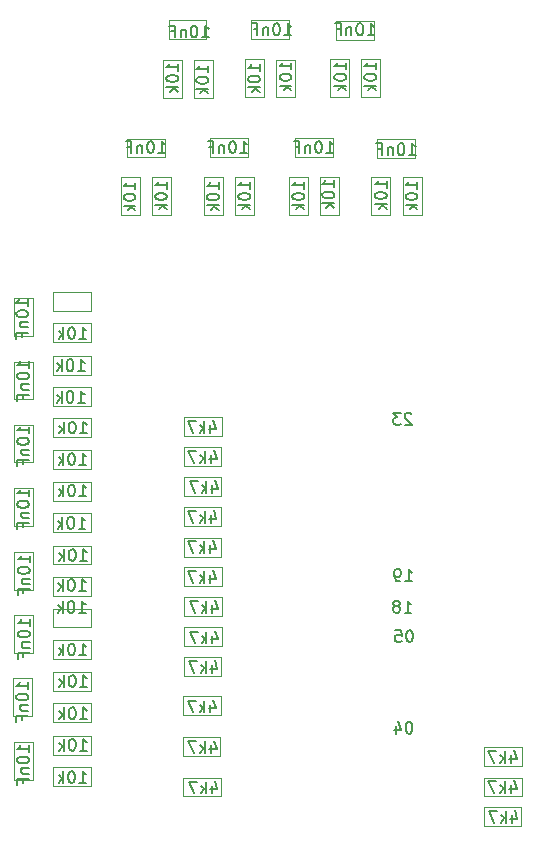
<source format=gbr>
G04 #@! TF.GenerationSoftware,KiCad,Pcbnew,5.1.5+dfsg1-2build2*
G04 #@! TF.CreationDate,2023-05-06T09:23:40+02:00*
G04 #@! TF.ProjectId,digital,64696769-7461-46c2-9e6b-696361645f70,rev?*
G04 #@! TF.SameCoordinates,Original*
G04 #@! TF.FileFunction,Other,Fab,Bot*
%FSLAX46Y46*%
G04 Gerber Fmt 4.6, Leading zero omitted, Abs format (unit mm)*
G04 Created by KiCad (PCBNEW 5.1.5+dfsg1-2build2) date 2023-05-06 09:23:40*
%MOMM*%
%LPD*%
G04 APERTURE LIST*
%ADD10C,0.100000*%
%ADD11C,0.150000*%
G04 APERTURE END LIST*
D10*
X126111500Y-81553000D02*
X127711500Y-81553000D01*
X127711500Y-81553000D02*
X127711500Y-78353000D01*
X127711500Y-78353000D02*
X126111500Y-78353000D01*
X126111500Y-78353000D02*
X126111500Y-81553000D01*
X126134360Y-83720080D02*
X126134360Y-86920080D01*
X127734360Y-83720080D02*
X126134360Y-83720080D01*
X127734360Y-86920080D02*
X127734360Y-83720080D01*
X126134360Y-86920080D02*
X127734360Y-86920080D01*
X126147060Y-92241380D02*
X127747060Y-92241380D01*
X127747060Y-92241380D02*
X127747060Y-89041380D01*
X127747060Y-89041380D02*
X126147060Y-89041380D01*
X126147060Y-89041380D02*
X126147060Y-92241380D01*
X126159760Y-103010980D02*
X127759760Y-103010980D01*
X127759760Y-103010980D02*
X127759760Y-99810980D01*
X127759760Y-99810980D02*
X126159760Y-99810980D01*
X126159760Y-99810980D02*
X126159760Y-103010980D01*
X126147060Y-105144980D02*
X126147060Y-108344980D01*
X127747060Y-105144980D02*
X126147060Y-105144980D01*
X127747060Y-108344980D02*
X127747060Y-105144980D01*
X126147060Y-108344980D02*
X127747060Y-108344980D01*
X126072060Y-113729380D02*
X127672060Y-113729380D01*
X127672060Y-113729380D02*
X127672060Y-110529380D01*
X127672060Y-110529380D02*
X126072060Y-110529380D01*
X126072060Y-110529380D02*
X126072060Y-113729380D01*
X126134360Y-97626180D02*
X127734360Y-97626180D01*
X127734360Y-97626180D02*
X127734360Y-94426180D01*
X127734360Y-94426180D02*
X126134360Y-94426180D01*
X126134360Y-94426180D02*
X126134360Y-97626180D01*
X126110160Y-115910980D02*
X126110160Y-119110980D01*
X127710160Y-115910980D02*
X126110160Y-115910980D01*
X127710160Y-119110980D02*
X127710160Y-115910980D01*
X126110160Y-119110980D02*
X127710160Y-119110980D01*
X135679500Y-64827500D02*
X135679500Y-66427500D01*
X135679500Y-66427500D02*
X138879500Y-66427500D01*
X138879500Y-66427500D02*
X138879500Y-64827500D01*
X138879500Y-64827500D02*
X135679500Y-64827500D01*
X139213500Y-54834500D02*
X139213500Y-56434500D01*
X139213500Y-56434500D02*
X142413500Y-56434500D01*
X142413500Y-56434500D02*
X142413500Y-54834500D01*
X142413500Y-54834500D02*
X139213500Y-54834500D01*
X145915420Y-64776160D02*
X142715420Y-64776160D01*
X145915420Y-66376160D02*
X145915420Y-64776160D01*
X142715420Y-66376160D02*
X145915420Y-66376160D01*
X142715420Y-64776160D02*
X142715420Y-66376160D01*
X146225120Y-54834500D02*
X146225120Y-56434500D01*
X146225120Y-56434500D02*
X149425120Y-56434500D01*
X149425120Y-56434500D02*
X149425120Y-54834500D01*
X149425120Y-54834500D02*
X146225120Y-54834500D01*
X149924000Y-64802500D02*
X149924000Y-66402500D01*
X149924000Y-66402500D02*
X153124000Y-66402500D01*
X153124000Y-66402500D02*
X153124000Y-64802500D01*
X153124000Y-64802500D02*
X149924000Y-64802500D01*
X156612320Y-54845860D02*
X153412320Y-54845860D01*
X156612320Y-56445860D02*
X156612320Y-54845860D01*
X153412320Y-56445860D02*
X156612320Y-56445860D01*
X153412320Y-54845860D02*
X153412320Y-56445860D01*
X156904500Y-64852500D02*
X156904500Y-66452500D01*
X156904500Y-66452500D02*
X160104500Y-66452500D01*
X160104500Y-66452500D02*
X160104500Y-64852500D01*
X160104500Y-64852500D02*
X156904500Y-64852500D01*
X143699000Y-88428500D02*
X140499000Y-88428500D01*
X143699000Y-90028500D02*
X143699000Y-88428500D01*
X140499000Y-90028500D02*
X143699000Y-90028500D01*
X140499000Y-88428500D02*
X140499000Y-90028500D01*
X143696160Y-90980380D02*
X140496160Y-90980380D01*
X143696160Y-92580380D02*
X143696160Y-90980380D01*
X140496160Y-92580380D02*
X143696160Y-92580380D01*
X140496160Y-90980380D02*
X140496160Y-92580380D01*
X140496160Y-93520380D02*
X140496160Y-95120380D01*
X140496160Y-95120380D02*
X143696160Y-95120380D01*
X143696160Y-95120380D02*
X143696160Y-93520380D01*
X143696160Y-93520380D02*
X140496160Y-93520380D01*
X143696160Y-98651180D02*
X140496160Y-98651180D01*
X143696160Y-100251180D02*
X143696160Y-98651180D01*
X140496160Y-100251180D02*
X143696160Y-100251180D01*
X140496160Y-98651180D02*
X140496160Y-100251180D01*
X143699360Y-101114980D02*
X140499360Y-101114980D01*
X143699360Y-102714980D02*
X143699360Y-101114980D01*
X140499360Y-102714980D02*
X143699360Y-102714980D01*
X140499360Y-101114980D02*
X140499360Y-102714980D01*
X143699360Y-103680380D02*
X140499360Y-103680380D01*
X143699360Y-105280380D02*
X143699360Y-103680380D01*
X140499360Y-105280380D02*
X143699360Y-105280380D01*
X140499360Y-103680380D02*
X140499360Y-105280380D01*
X132611500Y-82070500D02*
X132611500Y-80470500D01*
X132611500Y-80470500D02*
X129411500Y-80470500D01*
X129411500Y-80470500D02*
X129411500Y-82070500D01*
X129411500Y-82070500D02*
X132611500Y-82070500D01*
X132621500Y-87450500D02*
X132621500Y-85850500D01*
X132621500Y-85850500D02*
X129421500Y-85850500D01*
X129421500Y-85850500D02*
X129421500Y-87450500D01*
X129421500Y-87450500D02*
X132621500Y-87450500D01*
X132631500Y-92770500D02*
X132631500Y-91170500D01*
X132631500Y-91170500D02*
X129431500Y-91170500D01*
X129431500Y-91170500D02*
X129431500Y-92770500D01*
X129431500Y-92770500D02*
X132631500Y-92770500D01*
X132621500Y-103520500D02*
X132621500Y-101920500D01*
X132621500Y-101920500D02*
X129421500Y-101920500D01*
X129421500Y-101920500D02*
X129421500Y-103520500D01*
X129421500Y-103520500D02*
X132621500Y-103520500D01*
X132651500Y-108880500D02*
X132651500Y-107280500D01*
X132651500Y-107280500D02*
X129451500Y-107280500D01*
X129451500Y-107280500D02*
X129451500Y-108880500D01*
X129451500Y-108880500D02*
X132651500Y-108880500D01*
X132671500Y-114260500D02*
X132671500Y-112660500D01*
X132671500Y-112660500D02*
X129471500Y-112660500D01*
X129471500Y-112660500D02*
X129471500Y-114260500D01*
X129471500Y-114260500D02*
X132671500Y-114260500D01*
X132611500Y-77860500D02*
X129411500Y-77860500D01*
X132611500Y-79460500D02*
X132611500Y-77860500D01*
X129411500Y-79460500D02*
X132611500Y-79460500D01*
X129411500Y-77860500D02*
X129411500Y-79460500D01*
X132611500Y-83210500D02*
X129411500Y-83210500D01*
X132611500Y-84810500D02*
X132611500Y-83210500D01*
X129411500Y-84810500D02*
X132611500Y-84810500D01*
X129411500Y-83210500D02*
X129411500Y-84810500D01*
X132621500Y-88510500D02*
X129421500Y-88510500D01*
X132621500Y-90110500D02*
X132621500Y-88510500D01*
X129421500Y-90110500D02*
X132621500Y-90110500D01*
X129421500Y-88510500D02*
X129421500Y-90110500D01*
X132641500Y-99290500D02*
X129441500Y-99290500D01*
X132641500Y-100890500D02*
X132641500Y-99290500D01*
X129441500Y-100890500D02*
X132641500Y-100890500D01*
X129441500Y-99290500D02*
X129441500Y-100890500D01*
X132641500Y-104620500D02*
X129441500Y-104620500D01*
X132641500Y-106220500D02*
X132641500Y-104620500D01*
X129441500Y-106220500D02*
X132641500Y-106220500D01*
X129441500Y-104620500D02*
X129441500Y-106220500D01*
X132671500Y-110010500D02*
X129471500Y-110010500D01*
X132671500Y-111610500D02*
X132671500Y-110010500D01*
X129471500Y-111610500D02*
X132671500Y-111610500D01*
X129471500Y-110010500D02*
X129471500Y-111610500D01*
X143696160Y-96060380D02*
X140496160Y-96060380D01*
X143696160Y-97660380D02*
X143696160Y-96060380D01*
X140496160Y-97660380D02*
X143696160Y-97660380D01*
X140496160Y-96060380D02*
X140496160Y-97660380D01*
X140521560Y-106220380D02*
X140521560Y-107820380D01*
X140521560Y-107820380D02*
X143721560Y-107820380D01*
X143721560Y-107820380D02*
X143721560Y-106220380D01*
X143721560Y-106220380D02*
X140521560Y-106220380D01*
X140483460Y-108747680D02*
X140483460Y-110347680D01*
X140483460Y-110347680D02*
X143683460Y-110347680D01*
X143683460Y-110347680D02*
X143683460Y-108747680D01*
X143683460Y-108747680D02*
X140483460Y-108747680D01*
X140449000Y-112033500D02*
X140449000Y-113633500D01*
X140449000Y-113633500D02*
X143649000Y-113633500D01*
X143649000Y-113633500D02*
X143649000Y-112033500D01*
X143649000Y-112033500D02*
X140449000Y-112033500D01*
X140411500Y-115513500D02*
X140411500Y-117113500D01*
X140411500Y-117113500D02*
X143611500Y-117113500D01*
X143611500Y-117113500D02*
X143611500Y-115513500D01*
X143611500Y-115513500D02*
X140411500Y-115513500D01*
X140470760Y-118933080D02*
X140470760Y-120533080D01*
X140470760Y-120533080D02*
X143670760Y-120533080D01*
X143670760Y-120533080D02*
X143670760Y-118933080D01*
X143670760Y-118933080D02*
X140470760Y-118933080D01*
X165886500Y-121453500D02*
X165886500Y-123053500D01*
X165886500Y-123053500D02*
X169086500Y-123053500D01*
X169086500Y-123053500D02*
X169086500Y-121453500D01*
X169086500Y-121453500D02*
X165886500Y-121453500D01*
X165899000Y-118928500D02*
X165899000Y-120528500D01*
X165899000Y-120528500D02*
X169099000Y-120528500D01*
X169099000Y-120528500D02*
X169099000Y-118928500D01*
X169099000Y-118928500D02*
X165899000Y-118928500D01*
X132631500Y-98160500D02*
X132631500Y-96560500D01*
X132631500Y-96560500D02*
X129431500Y-96560500D01*
X129431500Y-96560500D02*
X129431500Y-98160500D01*
X129431500Y-98160500D02*
X132631500Y-98160500D01*
X129431500Y-119660500D02*
X132631500Y-119660500D01*
X129431500Y-118060500D02*
X129431500Y-119660500D01*
X132631500Y-118060500D02*
X129431500Y-118060500D01*
X132631500Y-119660500D02*
X132631500Y-118060500D01*
X135154500Y-68127500D02*
X135154500Y-71327500D01*
X136754500Y-68127500D02*
X135154500Y-68127500D01*
X136754500Y-71327500D02*
X136754500Y-68127500D01*
X135154500Y-71327500D02*
X136754500Y-71327500D01*
X138713500Y-58172000D02*
X138713500Y-61372000D01*
X140313500Y-58172000D02*
X138713500Y-58172000D01*
X140313500Y-61372000D02*
X140313500Y-58172000D01*
X138713500Y-61372000D02*
X140313500Y-61372000D01*
X142193500Y-68102500D02*
X142193500Y-71302500D01*
X143793500Y-68102500D02*
X142193500Y-68102500D01*
X143793500Y-71302500D02*
X143793500Y-68102500D01*
X142193500Y-71302500D02*
X143793500Y-71302500D01*
X145702500Y-58122000D02*
X145702500Y-61322000D01*
X147302500Y-58122000D02*
X145702500Y-58122000D01*
X147302500Y-61322000D02*
X147302500Y-58122000D01*
X145702500Y-61322000D02*
X147302500Y-61322000D01*
X149411500Y-68102500D02*
X149411500Y-71302500D01*
X151011500Y-68102500D02*
X149411500Y-68102500D01*
X151011500Y-71302500D02*
X151011500Y-68102500D01*
X149411500Y-71302500D02*
X151011500Y-71302500D01*
X152895500Y-61322000D02*
X154495500Y-61322000D01*
X154495500Y-61322000D02*
X154495500Y-58122000D01*
X154495500Y-58122000D02*
X152895500Y-58122000D01*
X152895500Y-58122000D02*
X152895500Y-61322000D01*
X132621500Y-93890500D02*
X129421500Y-93890500D01*
X132621500Y-95490500D02*
X132621500Y-93890500D01*
X129421500Y-95490500D02*
X132621500Y-95490500D01*
X129421500Y-93890500D02*
X129421500Y-95490500D01*
X129441500Y-115380500D02*
X129441500Y-116980500D01*
X129441500Y-116980500D02*
X132641500Y-116980500D01*
X132641500Y-116980500D02*
X132641500Y-115380500D01*
X132641500Y-115380500D02*
X129441500Y-115380500D01*
X139404500Y-68127500D02*
X137804500Y-68127500D01*
X137804500Y-68127500D02*
X137804500Y-71327500D01*
X137804500Y-71327500D02*
X139404500Y-71327500D01*
X139404500Y-71327500D02*
X139404500Y-68127500D01*
X142938500Y-58172000D02*
X141338500Y-58172000D01*
X141338500Y-58172000D02*
X141338500Y-61372000D01*
X141338500Y-61372000D02*
X142938500Y-61372000D01*
X142938500Y-61372000D02*
X142938500Y-58172000D01*
X146443500Y-68102060D02*
X144843500Y-68102060D01*
X144843500Y-68102060D02*
X144843500Y-71302060D01*
X144843500Y-71302060D02*
X146443500Y-71302060D01*
X146443500Y-71302060D02*
X146443500Y-68102060D01*
X149952500Y-61347000D02*
X149952500Y-58147000D01*
X148352500Y-61347000D02*
X149952500Y-61347000D01*
X148352500Y-58147000D02*
X148352500Y-61347000D01*
X149952500Y-58147000D02*
X148352500Y-58147000D01*
X153636500Y-68102500D02*
X152036500Y-68102500D01*
X152036500Y-68102500D02*
X152036500Y-71302500D01*
X152036500Y-71302500D02*
X153636500Y-71302500D01*
X153636500Y-71302500D02*
X153636500Y-68102500D01*
X157145500Y-58122000D02*
X155545500Y-58122000D01*
X155545500Y-58122000D02*
X155545500Y-61322000D01*
X155545500Y-61322000D02*
X157145500Y-61322000D01*
X157145500Y-61322000D02*
X157145500Y-58122000D01*
X165911500Y-116378500D02*
X165911500Y-117978500D01*
X165911500Y-117978500D02*
X169111500Y-117978500D01*
X169111500Y-117978500D02*
X169111500Y-116378500D01*
X169111500Y-116378500D02*
X165911500Y-116378500D01*
X156379500Y-68127500D02*
X156379500Y-71327500D01*
X157979500Y-68127500D02*
X156379500Y-68127500D01*
X157979500Y-71327500D02*
X157979500Y-68127500D01*
X156379500Y-71327500D02*
X157979500Y-71327500D01*
X160654500Y-68127500D02*
X159054500Y-68127500D01*
X159054500Y-68127500D02*
X159054500Y-71327500D01*
X159054500Y-71327500D02*
X160654500Y-71327500D01*
X160654500Y-71327500D02*
X160654500Y-68127500D01*
D11*
X127325380Y-79002071D02*
X127325380Y-78430642D01*
X127325380Y-78716357D02*
X126325380Y-78716357D01*
X126468238Y-78621119D01*
X126563476Y-78525880D01*
X126611095Y-78430642D01*
X126325380Y-79621119D02*
X126325380Y-79716357D01*
X126373000Y-79811595D01*
X126420619Y-79859214D01*
X126515857Y-79906833D01*
X126706333Y-79954452D01*
X126944428Y-79954452D01*
X127134904Y-79906833D01*
X127230142Y-79859214D01*
X127277761Y-79811595D01*
X127325380Y-79716357D01*
X127325380Y-79621119D01*
X127277761Y-79525880D01*
X127230142Y-79478261D01*
X127134904Y-79430642D01*
X126944428Y-79383023D01*
X126706333Y-79383023D01*
X126515857Y-79430642D01*
X126420619Y-79478261D01*
X126373000Y-79525880D01*
X126325380Y-79621119D01*
X126658714Y-80383023D02*
X127325380Y-80383023D01*
X126753952Y-80383023D02*
X126706333Y-80430642D01*
X126658714Y-80525880D01*
X126658714Y-80668738D01*
X126706333Y-80763976D01*
X126801571Y-80811595D01*
X127325380Y-80811595D01*
X126801571Y-81621119D02*
X126801571Y-81287785D01*
X127325380Y-81287785D02*
X126325380Y-81287785D01*
X126325380Y-81763976D01*
X127388880Y-84272571D02*
X127388880Y-83701142D01*
X127388880Y-83986857D02*
X126388880Y-83986857D01*
X126531738Y-83891619D01*
X126626976Y-83796380D01*
X126674595Y-83701142D01*
X126388880Y-84891619D02*
X126388880Y-84986857D01*
X126436500Y-85082095D01*
X126484119Y-85129714D01*
X126579357Y-85177333D01*
X126769833Y-85224952D01*
X127007928Y-85224952D01*
X127198404Y-85177333D01*
X127293642Y-85129714D01*
X127341261Y-85082095D01*
X127388880Y-84986857D01*
X127388880Y-84891619D01*
X127341261Y-84796380D01*
X127293642Y-84748761D01*
X127198404Y-84701142D01*
X127007928Y-84653523D01*
X126769833Y-84653523D01*
X126579357Y-84701142D01*
X126484119Y-84748761D01*
X126436500Y-84796380D01*
X126388880Y-84891619D01*
X126722214Y-85653523D02*
X127388880Y-85653523D01*
X126817452Y-85653523D02*
X126769833Y-85701142D01*
X126722214Y-85796380D01*
X126722214Y-85939238D01*
X126769833Y-86034476D01*
X126865071Y-86082095D01*
X127388880Y-86082095D01*
X126865071Y-86891619D02*
X126865071Y-86558285D01*
X127388880Y-86558285D02*
X126388880Y-86558285D01*
X126388880Y-87034476D01*
X127388880Y-89797071D02*
X127388880Y-89225642D01*
X127388880Y-89511357D02*
X126388880Y-89511357D01*
X126531738Y-89416119D01*
X126626976Y-89320880D01*
X126674595Y-89225642D01*
X126388880Y-90416119D02*
X126388880Y-90511357D01*
X126436500Y-90606595D01*
X126484119Y-90654214D01*
X126579357Y-90701833D01*
X126769833Y-90749452D01*
X127007928Y-90749452D01*
X127198404Y-90701833D01*
X127293642Y-90654214D01*
X127341261Y-90606595D01*
X127388880Y-90511357D01*
X127388880Y-90416119D01*
X127341261Y-90320880D01*
X127293642Y-90273261D01*
X127198404Y-90225642D01*
X127007928Y-90178023D01*
X126769833Y-90178023D01*
X126579357Y-90225642D01*
X126484119Y-90273261D01*
X126436500Y-90320880D01*
X126388880Y-90416119D01*
X126722214Y-91178023D02*
X127388880Y-91178023D01*
X126817452Y-91178023D02*
X126769833Y-91225642D01*
X126722214Y-91320880D01*
X126722214Y-91463738D01*
X126769833Y-91558976D01*
X126865071Y-91606595D01*
X127388880Y-91606595D01*
X126865071Y-92416119D02*
X126865071Y-92082785D01*
X127388880Y-92082785D02*
X126388880Y-92082785D01*
X126388880Y-92558976D01*
X127452380Y-100719071D02*
X127452380Y-100147642D01*
X127452380Y-100433357D02*
X126452380Y-100433357D01*
X126595238Y-100338119D01*
X126690476Y-100242880D01*
X126738095Y-100147642D01*
X126452380Y-101338119D02*
X126452380Y-101433357D01*
X126500000Y-101528595D01*
X126547619Y-101576214D01*
X126642857Y-101623833D01*
X126833333Y-101671452D01*
X127071428Y-101671452D01*
X127261904Y-101623833D01*
X127357142Y-101576214D01*
X127404761Y-101528595D01*
X127452380Y-101433357D01*
X127452380Y-101338119D01*
X127404761Y-101242880D01*
X127357142Y-101195261D01*
X127261904Y-101147642D01*
X127071428Y-101100023D01*
X126833333Y-101100023D01*
X126642857Y-101147642D01*
X126547619Y-101195261D01*
X126500000Y-101242880D01*
X126452380Y-101338119D01*
X126785714Y-102100023D02*
X127452380Y-102100023D01*
X126880952Y-102100023D02*
X126833333Y-102147642D01*
X126785714Y-102242880D01*
X126785714Y-102385738D01*
X126833333Y-102480976D01*
X126928571Y-102528595D01*
X127452380Y-102528595D01*
X126928571Y-103338119D02*
X126928571Y-103004785D01*
X127452380Y-103004785D02*
X126452380Y-103004785D01*
X126452380Y-103480976D01*
X127452380Y-106116571D02*
X127452380Y-105545142D01*
X127452380Y-105830857D02*
X126452380Y-105830857D01*
X126595238Y-105735619D01*
X126690476Y-105640380D01*
X126738095Y-105545142D01*
X126452380Y-106735619D02*
X126452380Y-106830857D01*
X126500000Y-106926095D01*
X126547619Y-106973714D01*
X126642857Y-107021333D01*
X126833333Y-107068952D01*
X127071428Y-107068952D01*
X127261904Y-107021333D01*
X127357142Y-106973714D01*
X127404761Y-106926095D01*
X127452380Y-106830857D01*
X127452380Y-106735619D01*
X127404761Y-106640380D01*
X127357142Y-106592761D01*
X127261904Y-106545142D01*
X127071428Y-106497523D01*
X126833333Y-106497523D01*
X126642857Y-106545142D01*
X126547619Y-106592761D01*
X126500000Y-106640380D01*
X126452380Y-106735619D01*
X126785714Y-107497523D02*
X127452380Y-107497523D01*
X126880952Y-107497523D02*
X126833333Y-107545142D01*
X126785714Y-107640380D01*
X126785714Y-107783238D01*
X126833333Y-107878476D01*
X126928571Y-107926095D01*
X127452380Y-107926095D01*
X126928571Y-108735619D02*
X126928571Y-108402285D01*
X127452380Y-108402285D02*
X126452380Y-108402285D01*
X126452380Y-108878476D01*
X127325380Y-111450571D02*
X127325380Y-110879142D01*
X127325380Y-111164857D02*
X126325380Y-111164857D01*
X126468238Y-111069619D01*
X126563476Y-110974380D01*
X126611095Y-110879142D01*
X126325380Y-112069619D02*
X126325380Y-112164857D01*
X126373000Y-112260095D01*
X126420619Y-112307714D01*
X126515857Y-112355333D01*
X126706333Y-112402952D01*
X126944428Y-112402952D01*
X127134904Y-112355333D01*
X127230142Y-112307714D01*
X127277761Y-112260095D01*
X127325380Y-112164857D01*
X127325380Y-112069619D01*
X127277761Y-111974380D01*
X127230142Y-111926761D01*
X127134904Y-111879142D01*
X126944428Y-111831523D01*
X126706333Y-111831523D01*
X126515857Y-111879142D01*
X126420619Y-111926761D01*
X126373000Y-111974380D01*
X126325380Y-112069619D01*
X126658714Y-112831523D02*
X127325380Y-112831523D01*
X126753952Y-112831523D02*
X126706333Y-112879142D01*
X126658714Y-112974380D01*
X126658714Y-113117238D01*
X126706333Y-113212476D01*
X126801571Y-113260095D01*
X127325380Y-113260095D01*
X126801571Y-114069619D02*
X126801571Y-113736285D01*
X127325380Y-113736285D02*
X126325380Y-113736285D01*
X126325380Y-114212476D01*
X127388880Y-95131071D02*
X127388880Y-94559642D01*
X127388880Y-94845357D02*
X126388880Y-94845357D01*
X126531738Y-94750119D01*
X126626976Y-94654880D01*
X126674595Y-94559642D01*
X126388880Y-95750119D02*
X126388880Y-95845357D01*
X126436500Y-95940595D01*
X126484119Y-95988214D01*
X126579357Y-96035833D01*
X126769833Y-96083452D01*
X127007928Y-96083452D01*
X127198404Y-96035833D01*
X127293642Y-95988214D01*
X127341261Y-95940595D01*
X127388880Y-95845357D01*
X127388880Y-95750119D01*
X127341261Y-95654880D01*
X127293642Y-95607261D01*
X127198404Y-95559642D01*
X127007928Y-95512023D01*
X126769833Y-95512023D01*
X126579357Y-95559642D01*
X126484119Y-95607261D01*
X126436500Y-95654880D01*
X126388880Y-95750119D01*
X126722214Y-96512023D02*
X127388880Y-96512023D01*
X126817452Y-96512023D02*
X126769833Y-96559642D01*
X126722214Y-96654880D01*
X126722214Y-96797738D01*
X126769833Y-96892976D01*
X126865071Y-96940595D01*
X127388880Y-96940595D01*
X126865071Y-97750119D02*
X126865071Y-97416785D01*
X127388880Y-97416785D02*
X126388880Y-97416785D01*
X126388880Y-97892976D01*
X127388880Y-116784571D02*
X127388880Y-116213142D01*
X127388880Y-116498857D02*
X126388880Y-116498857D01*
X126531738Y-116403619D01*
X126626976Y-116308380D01*
X126674595Y-116213142D01*
X126388880Y-117403619D02*
X126388880Y-117498857D01*
X126436500Y-117594095D01*
X126484119Y-117641714D01*
X126579357Y-117689333D01*
X126769833Y-117736952D01*
X127007928Y-117736952D01*
X127198404Y-117689333D01*
X127293642Y-117641714D01*
X127341261Y-117594095D01*
X127388880Y-117498857D01*
X127388880Y-117403619D01*
X127341261Y-117308380D01*
X127293642Y-117260761D01*
X127198404Y-117213142D01*
X127007928Y-117165523D01*
X126769833Y-117165523D01*
X126579357Y-117213142D01*
X126484119Y-117260761D01*
X126436500Y-117308380D01*
X126388880Y-117403619D01*
X126722214Y-118165523D02*
X127388880Y-118165523D01*
X126817452Y-118165523D02*
X126769833Y-118213142D01*
X126722214Y-118308380D01*
X126722214Y-118451238D01*
X126769833Y-118546476D01*
X126865071Y-118594095D01*
X127388880Y-118594095D01*
X126865071Y-119403619D02*
X126865071Y-119070285D01*
X127388880Y-119070285D02*
X126388880Y-119070285D01*
X126388880Y-119546476D01*
X138350928Y-66047880D02*
X138922357Y-66047880D01*
X138636642Y-66047880D02*
X138636642Y-65047880D01*
X138731880Y-65190738D01*
X138827119Y-65285976D01*
X138922357Y-65333595D01*
X137731880Y-65047880D02*
X137636642Y-65047880D01*
X137541404Y-65095500D01*
X137493785Y-65143119D01*
X137446166Y-65238357D01*
X137398547Y-65428833D01*
X137398547Y-65666928D01*
X137446166Y-65857404D01*
X137493785Y-65952642D01*
X137541404Y-66000261D01*
X137636642Y-66047880D01*
X137731880Y-66047880D01*
X137827119Y-66000261D01*
X137874738Y-65952642D01*
X137922357Y-65857404D01*
X137969976Y-65666928D01*
X137969976Y-65428833D01*
X137922357Y-65238357D01*
X137874738Y-65143119D01*
X137827119Y-65095500D01*
X137731880Y-65047880D01*
X136969976Y-65381214D02*
X136969976Y-66047880D01*
X136969976Y-65476452D02*
X136922357Y-65428833D01*
X136827119Y-65381214D01*
X136684261Y-65381214D01*
X136589023Y-65428833D01*
X136541404Y-65524071D01*
X136541404Y-66047880D01*
X135731880Y-65524071D02*
X136065214Y-65524071D01*
X136065214Y-66047880D02*
X136065214Y-65047880D01*
X135589023Y-65047880D01*
X142041428Y-56268880D02*
X142612857Y-56268880D01*
X142327142Y-56268880D02*
X142327142Y-55268880D01*
X142422380Y-55411738D01*
X142517619Y-55506976D01*
X142612857Y-55554595D01*
X141422380Y-55268880D02*
X141327142Y-55268880D01*
X141231904Y-55316500D01*
X141184285Y-55364119D01*
X141136666Y-55459357D01*
X141089047Y-55649833D01*
X141089047Y-55887928D01*
X141136666Y-56078404D01*
X141184285Y-56173642D01*
X141231904Y-56221261D01*
X141327142Y-56268880D01*
X141422380Y-56268880D01*
X141517619Y-56221261D01*
X141565238Y-56173642D01*
X141612857Y-56078404D01*
X141660476Y-55887928D01*
X141660476Y-55649833D01*
X141612857Y-55459357D01*
X141565238Y-55364119D01*
X141517619Y-55316500D01*
X141422380Y-55268880D01*
X140660476Y-55602214D02*
X140660476Y-56268880D01*
X140660476Y-55697452D02*
X140612857Y-55649833D01*
X140517619Y-55602214D01*
X140374761Y-55602214D01*
X140279523Y-55649833D01*
X140231904Y-55745071D01*
X140231904Y-56268880D01*
X139422380Y-55745071D02*
X139755714Y-55745071D01*
X139755714Y-56268880D02*
X139755714Y-55268880D01*
X139279523Y-55268880D01*
X145279928Y-66047880D02*
X145851357Y-66047880D01*
X145565642Y-66047880D02*
X145565642Y-65047880D01*
X145660880Y-65190738D01*
X145756119Y-65285976D01*
X145851357Y-65333595D01*
X144660880Y-65047880D02*
X144565642Y-65047880D01*
X144470404Y-65095500D01*
X144422785Y-65143119D01*
X144375166Y-65238357D01*
X144327547Y-65428833D01*
X144327547Y-65666928D01*
X144375166Y-65857404D01*
X144422785Y-65952642D01*
X144470404Y-66000261D01*
X144565642Y-66047880D01*
X144660880Y-66047880D01*
X144756119Y-66000261D01*
X144803738Y-65952642D01*
X144851357Y-65857404D01*
X144898976Y-65666928D01*
X144898976Y-65428833D01*
X144851357Y-65238357D01*
X144803738Y-65143119D01*
X144756119Y-65095500D01*
X144660880Y-65047880D01*
X143898976Y-65381214D02*
X143898976Y-66047880D01*
X143898976Y-65476452D02*
X143851357Y-65428833D01*
X143756119Y-65381214D01*
X143613261Y-65381214D01*
X143518023Y-65428833D01*
X143470404Y-65524071D01*
X143470404Y-66047880D01*
X142660880Y-65524071D02*
X142994214Y-65524071D01*
X142994214Y-66047880D02*
X142994214Y-65047880D01*
X142518023Y-65047880D01*
X149026428Y-56078380D02*
X149597857Y-56078380D01*
X149312142Y-56078380D02*
X149312142Y-55078380D01*
X149407380Y-55221238D01*
X149502619Y-55316476D01*
X149597857Y-55364095D01*
X148407380Y-55078380D02*
X148312142Y-55078380D01*
X148216904Y-55126000D01*
X148169285Y-55173619D01*
X148121666Y-55268857D01*
X148074047Y-55459333D01*
X148074047Y-55697428D01*
X148121666Y-55887904D01*
X148169285Y-55983142D01*
X148216904Y-56030761D01*
X148312142Y-56078380D01*
X148407380Y-56078380D01*
X148502619Y-56030761D01*
X148550238Y-55983142D01*
X148597857Y-55887904D01*
X148645476Y-55697428D01*
X148645476Y-55459333D01*
X148597857Y-55268857D01*
X148550238Y-55173619D01*
X148502619Y-55126000D01*
X148407380Y-55078380D01*
X147645476Y-55411714D02*
X147645476Y-56078380D01*
X147645476Y-55506952D02*
X147597857Y-55459333D01*
X147502619Y-55411714D01*
X147359761Y-55411714D01*
X147264523Y-55459333D01*
X147216904Y-55554571D01*
X147216904Y-56078380D01*
X146407380Y-55554571D02*
X146740714Y-55554571D01*
X146740714Y-56078380D02*
X146740714Y-55078380D01*
X146264523Y-55078380D01*
X152582428Y-66047880D02*
X153153857Y-66047880D01*
X152868142Y-66047880D02*
X152868142Y-65047880D01*
X152963380Y-65190738D01*
X153058619Y-65285976D01*
X153153857Y-65333595D01*
X151963380Y-65047880D02*
X151868142Y-65047880D01*
X151772904Y-65095500D01*
X151725285Y-65143119D01*
X151677666Y-65238357D01*
X151630047Y-65428833D01*
X151630047Y-65666928D01*
X151677666Y-65857404D01*
X151725285Y-65952642D01*
X151772904Y-66000261D01*
X151868142Y-66047880D01*
X151963380Y-66047880D01*
X152058619Y-66000261D01*
X152106238Y-65952642D01*
X152153857Y-65857404D01*
X152201476Y-65666928D01*
X152201476Y-65428833D01*
X152153857Y-65238357D01*
X152106238Y-65143119D01*
X152058619Y-65095500D01*
X151963380Y-65047880D01*
X151201476Y-65381214D02*
X151201476Y-66047880D01*
X151201476Y-65476452D02*
X151153857Y-65428833D01*
X151058619Y-65381214D01*
X150915761Y-65381214D01*
X150820523Y-65428833D01*
X150772904Y-65524071D01*
X150772904Y-66047880D01*
X149963380Y-65524071D02*
X150296714Y-65524071D01*
X150296714Y-66047880D02*
X150296714Y-65047880D01*
X149820523Y-65047880D01*
X156074928Y-56078380D02*
X156646357Y-56078380D01*
X156360642Y-56078380D02*
X156360642Y-55078380D01*
X156455880Y-55221238D01*
X156551119Y-55316476D01*
X156646357Y-55364095D01*
X155455880Y-55078380D02*
X155360642Y-55078380D01*
X155265404Y-55126000D01*
X155217785Y-55173619D01*
X155170166Y-55268857D01*
X155122547Y-55459333D01*
X155122547Y-55697428D01*
X155170166Y-55887904D01*
X155217785Y-55983142D01*
X155265404Y-56030761D01*
X155360642Y-56078380D01*
X155455880Y-56078380D01*
X155551119Y-56030761D01*
X155598738Y-55983142D01*
X155646357Y-55887904D01*
X155693976Y-55697428D01*
X155693976Y-55459333D01*
X155646357Y-55268857D01*
X155598738Y-55173619D01*
X155551119Y-55126000D01*
X155455880Y-55078380D01*
X154693976Y-55411714D02*
X154693976Y-56078380D01*
X154693976Y-55506952D02*
X154646357Y-55459333D01*
X154551119Y-55411714D01*
X154408261Y-55411714D01*
X154313023Y-55459333D01*
X154265404Y-55554571D01*
X154265404Y-56078380D01*
X153455880Y-55554571D02*
X153789214Y-55554571D01*
X153789214Y-56078380D02*
X153789214Y-55078380D01*
X153313023Y-55078380D01*
X159567428Y-66238380D02*
X160138857Y-66238380D01*
X159853142Y-66238380D02*
X159853142Y-65238380D01*
X159948380Y-65381238D01*
X160043619Y-65476476D01*
X160138857Y-65524095D01*
X158948380Y-65238380D02*
X158853142Y-65238380D01*
X158757904Y-65286000D01*
X158710285Y-65333619D01*
X158662666Y-65428857D01*
X158615047Y-65619333D01*
X158615047Y-65857428D01*
X158662666Y-66047904D01*
X158710285Y-66143142D01*
X158757904Y-66190761D01*
X158853142Y-66238380D01*
X158948380Y-66238380D01*
X159043619Y-66190761D01*
X159091238Y-66143142D01*
X159138857Y-66047904D01*
X159186476Y-65857428D01*
X159186476Y-65619333D01*
X159138857Y-65428857D01*
X159091238Y-65333619D01*
X159043619Y-65286000D01*
X158948380Y-65238380D01*
X158186476Y-65571714D02*
X158186476Y-66238380D01*
X158186476Y-65666952D02*
X158138857Y-65619333D01*
X158043619Y-65571714D01*
X157900761Y-65571714D01*
X157805523Y-65619333D01*
X157757904Y-65714571D01*
X157757904Y-66238380D01*
X156948380Y-65714571D02*
X157281714Y-65714571D01*
X157281714Y-66238380D02*
X157281714Y-65238380D01*
X156805523Y-65238380D01*
X142739976Y-89066714D02*
X142739976Y-89733380D01*
X142978071Y-88685761D02*
X143216166Y-89400047D01*
X142597119Y-89400047D01*
X142216166Y-89733380D02*
X142216166Y-88733380D01*
X142120928Y-89352428D02*
X141835214Y-89733380D01*
X141835214Y-89066714D02*
X142216166Y-89447666D01*
X141501880Y-88733380D02*
X140835214Y-88733380D01*
X141263785Y-89733380D01*
X142803476Y-91606714D02*
X142803476Y-92273380D01*
X143041571Y-91225761D02*
X143279666Y-91940047D01*
X142660619Y-91940047D01*
X142279666Y-92273380D02*
X142279666Y-91273380D01*
X142184428Y-91892428D02*
X141898714Y-92273380D01*
X141898714Y-91606714D02*
X142279666Y-91987666D01*
X141565380Y-91273380D02*
X140898714Y-91273380D01*
X141327285Y-92273380D01*
X142930476Y-94146714D02*
X142930476Y-94813380D01*
X143168571Y-93765761D02*
X143406666Y-94480047D01*
X142787619Y-94480047D01*
X142406666Y-94813380D02*
X142406666Y-93813380D01*
X142311428Y-94432428D02*
X142025714Y-94813380D01*
X142025714Y-94146714D02*
X142406666Y-94527666D01*
X141692380Y-93813380D02*
X141025714Y-93813380D01*
X141454285Y-94813380D01*
X142739976Y-99226714D02*
X142739976Y-99893380D01*
X142978071Y-98845761D02*
X143216166Y-99560047D01*
X142597119Y-99560047D01*
X142216166Y-99893380D02*
X142216166Y-98893380D01*
X142120928Y-99512428D02*
X141835214Y-99893380D01*
X141835214Y-99226714D02*
X142216166Y-99607666D01*
X141501880Y-98893380D02*
X140835214Y-98893380D01*
X141263785Y-99893380D01*
X142739976Y-101766714D02*
X142739976Y-102433380D01*
X142978071Y-101385761D02*
X143216166Y-102100047D01*
X142597119Y-102100047D01*
X142216166Y-102433380D02*
X142216166Y-101433380D01*
X142120928Y-102052428D02*
X141835214Y-102433380D01*
X141835214Y-101766714D02*
X142216166Y-102147666D01*
X141501880Y-101433380D02*
X140835214Y-101433380D01*
X141263785Y-102433380D01*
X142930476Y-104306714D02*
X142930476Y-104973380D01*
X143168571Y-103925761D02*
X143406666Y-104640047D01*
X142787619Y-104640047D01*
X142406666Y-104973380D02*
X142406666Y-103973380D01*
X142311428Y-104592428D02*
X142025714Y-104973380D01*
X142025714Y-104306714D02*
X142406666Y-104687666D01*
X141692380Y-103973380D02*
X141025714Y-103973380D01*
X141454285Y-104973380D01*
X131659238Y-81795880D02*
X132230666Y-81795880D01*
X131944952Y-81795880D02*
X131944952Y-80795880D01*
X132040190Y-80938738D01*
X132135428Y-81033976D01*
X132230666Y-81081595D01*
X131040190Y-80795880D02*
X130944952Y-80795880D01*
X130849714Y-80843500D01*
X130802095Y-80891119D01*
X130754476Y-80986357D01*
X130706857Y-81176833D01*
X130706857Y-81414928D01*
X130754476Y-81605404D01*
X130802095Y-81700642D01*
X130849714Y-81748261D01*
X130944952Y-81795880D01*
X131040190Y-81795880D01*
X131135428Y-81748261D01*
X131183047Y-81700642D01*
X131230666Y-81605404D01*
X131278285Y-81414928D01*
X131278285Y-81176833D01*
X131230666Y-80986357D01*
X131183047Y-80891119D01*
X131135428Y-80843500D01*
X131040190Y-80795880D01*
X130278285Y-81795880D02*
X130278285Y-80795880D01*
X130183047Y-81414928D02*
X129897333Y-81795880D01*
X129897333Y-81129214D02*
X130278285Y-81510166D01*
X131722738Y-89796880D02*
X132294166Y-89796880D01*
X132008452Y-89796880D02*
X132008452Y-88796880D01*
X132103690Y-88939738D01*
X132198928Y-89034976D01*
X132294166Y-89082595D01*
X131103690Y-88796880D02*
X131008452Y-88796880D01*
X130913214Y-88844500D01*
X130865595Y-88892119D01*
X130817976Y-88987357D01*
X130770357Y-89177833D01*
X130770357Y-89415928D01*
X130817976Y-89606404D01*
X130865595Y-89701642D01*
X130913214Y-89749261D01*
X131008452Y-89796880D01*
X131103690Y-89796880D01*
X131198928Y-89749261D01*
X131246547Y-89701642D01*
X131294166Y-89606404D01*
X131341785Y-89415928D01*
X131341785Y-89177833D01*
X131294166Y-88987357D01*
X131246547Y-88892119D01*
X131198928Y-88844500D01*
X131103690Y-88796880D01*
X130341785Y-89796880D02*
X130341785Y-88796880D01*
X130246547Y-89415928D02*
X129960833Y-89796880D01*
X129960833Y-89130214D02*
X130341785Y-89511166D01*
X131659238Y-92463880D02*
X132230666Y-92463880D01*
X131944952Y-92463880D02*
X131944952Y-91463880D01*
X132040190Y-91606738D01*
X132135428Y-91701976D01*
X132230666Y-91749595D01*
X131040190Y-91463880D02*
X130944952Y-91463880D01*
X130849714Y-91511500D01*
X130802095Y-91559119D01*
X130754476Y-91654357D01*
X130706857Y-91844833D01*
X130706857Y-92082928D01*
X130754476Y-92273404D01*
X130802095Y-92368642D01*
X130849714Y-92416261D01*
X130944952Y-92463880D01*
X131040190Y-92463880D01*
X131135428Y-92416261D01*
X131183047Y-92368642D01*
X131230666Y-92273404D01*
X131278285Y-92082928D01*
X131278285Y-91844833D01*
X131230666Y-91654357D01*
X131183047Y-91559119D01*
X131135428Y-91511500D01*
X131040190Y-91463880D01*
X130278285Y-92463880D02*
X130278285Y-91463880D01*
X130183047Y-92082928D02*
X129897333Y-92463880D01*
X129897333Y-91797214D02*
X130278285Y-92178166D01*
X131616738Y-104992880D02*
X132188166Y-104992880D01*
X131902452Y-104992880D02*
X131902452Y-103992880D01*
X131997690Y-104135738D01*
X132092928Y-104230976D01*
X132188166Y-104278595D01*
X130997690Y-103992880D02*
X130902452Y-103992880D01*
X130807214Y-104040500D01*
X130759595Y-104088119D01*
X130711976Y-104183357D01*
X130664357Y-104373833D01*
X130664357Y-104611928D01*
X130711976Y-104802404D01*
X130759595Y-104897642D01*
X130807214Y-104945261D01*
X130902452Y-104992880D01*
X130997690Y-104992880D01*
X131092928Y-104945261D01*
X131140547Y-104897642D01*
X131188166Y-104802404D01*
X131235785Y-104611928D01*
X131235785Y-104373833D01*
X131188166Y-104183357D01*
X131140547Y-104088119D01*
X131092928Y-104040500D01*
X130997690Y-103992880D01*
X130235785Y-104992880D02*
X130235785Y-103992880D01*
X130140547Y-104611928D02*
X129854833Y-104992880D01*
X129854833Y-104326214D02*
X130235785Y-104707166D01*
X131722738Y-111259880D02*
X132294166Y-111259880D01*
X132008452Y-111259880D02*
X132008452Y-110259880D01*
X132103690Y-110402738D01*
X132198928Y-110497976D01*
X132294166Y-110545595D01*
X131103690Y-110259880D02*
X131008452Y-110259880D01*
X130913214Y-110307500D01*
X130865595Y-110355119D01*
X130817976Y-110450357D01*
X130770357Y-110640833D01*
X130770357Y-110878928D01*
X130817976Y-111069404D01*
X130865595Y-111164642D01*
X130913214Y-111212261D01*
X131008452Y-111259880D01*
X131103690Y-111259880D01*
X131198928Y-111212261D01*
X131246547Y-111164642D01*
X131294166Y-111069404D01*
X131341785Y-110878928D01*
X131341785Y-110640833D01*
X131294166Y-110450357D01*
X131246547Y-110355119D01*
X131198928Y-110307500D01*
X131103690Y-110259880D01*
X130341785Y-111259880D02*
X130341785Y-110259880D01*
X130246547Y-110878928D02*
X129960833Y-111259880D01*
X129960833Y-110593214D02*
X130341785Y-110974166D01*
X131722738Y-116657380D02*
X132294166Y-116657380D01*
X132008452Y-116657380D02*
X132008452Y-115657380D01*
X132103690Y-115800238D01*
X132198928Y-115895476D01*
X132294166Y-115943095D01*
X131103690Y-115657380D02*
X131008452Y-115657380D01*
X130913214Y-115705000D01*
X130865595Y-115752619D01*
X130817976Y-115847857D01*
X130770357Y-116038333D01*
X130770357Y-116276428D01*
X130817976Y-116466904D01*
X130865595Y-116562142D01*
X130913214Y-116609761D01*
X131008452Y-116657380D01*
X131103690Y-116657380D01*
X131198928Y-116609761D01*
X131246547Y-116562142D01*
X131294166Y-116466904D01*
X131341785Y-116276428D01*
X131341785Y-116038333D01*
X131294166Y-115847857D01*
X131246547Y-115752619D01*
X131198928Y-115705000D01*
X131103690Y-115657380D01*
X130341785Y-116657380D02*
X130341785Y-115657380D01*
X130246547Y-116276428D02*
X129960833Y-116657380D01*
X129960833Y-115990714D02*
X130341785Y-116371666D01*
X131532238Y-84526380D02*
X132103666Y-84526380D01*
X131817952Y-84526380D02*
X131817952Y-83526380D01*
X131913190Y-83669238D01*
X132008428Y-83764476D01*
X132103666Y-83812095D01*
X130913190Y-83526380D02*
X130817952Y-83526380D01*
X130722714Y-83574000D01*
X130675095Y-83621619D01*
X130627476Y-83716857D01*
X130579857Y-83907333D01*
X130579857Y-84145428D01*
X130627476Y-84335904D01*
X130675095Y-84431142D01*
X130722714Y-84478761D01*
X130817952Y-84526380D01*
X130913190Y-84526380D01*
X131008428Y-84478761D01*
X131056047Y-84431142D01*
X131103666Y-84335904D01*
X131151285Y-84145428D01*
X131151285Y-83907333D01*
X131103666Y-83716857D01*
X131056047Y-83621619D01*
X131008428Y-83574000D01*
X130913190Y-83526380D01*
X130151285Y-84526380D02*
X130151285Y-83526380D01*
X130056047Y-84145428D02*
X129770333Y-84526380D01*
X129770333Y-83859714D02*
X130151285Y-84240666D01*
X131532238Y-87193380D02*
X132103666Y-87193380D01*
X131817952Y-87193380D02*
X131817952Y-86193380D01*
X131913190Y-86336238D01*
X132008428Y-86431476D01*
X132103666Y-86479095D01*
X130913190Y-86193380D02*
X130817952Y-86193380D01*
X130722714Y-86241000D01*
X130675095Y-86288619D01*
X130627476Y-86383857D01*
X130579857Y-86574333D01*
X130579857Y-86812428D01*
X130627476Y-87002904D01*
X130675095Y-87098142D01*
X130722714Y-87145761D01*
X130817952Y-87193380D01*
X130913190Y-87193380D01*
X131008428Y-87145761D01*
X131056047Y-87098142D01*
X131103666Y-87002904D01*
X131151285Y-86812428D01*
X131151285Y-86574333D01*
X131103666Y-86383857D01*
X131056047Y-86288619D01*
X131008428Y-86241000D01*
X130913190Y-86193380D01*
X130151285Y-87193380D02*
X130151285Y-86193380D01*
X130056047Y-86812428D02*
X129770333Y-87193380D01*
X129770333Y-86526714D02*
X130151285Y-86907666D01*
X131595738Y-97861380D02*
X132167166Y-97861380D01*
X131881452Y-97861380D02*
X131881452Y-96861380D01*
X131976690Y-97004238D01*
X132071928Y-97099476D01*
X132167166Y-97147095D01*
X130976690Y-96861380D02*
X130881452Y-96861380D01*
X130786214Y-96909000D01*
X130738595Y-96956619D01*
X130690976Y-97051857D01*
X130643357Y-97242333D01*
X130643357Y-97480428D01*
X130690976Y-97670904D01*
X130738595Y-97766142D01*
X130786214Y-97813761D01*
X130881452Y-97861380D01*
X130976690Y-97861380D01*
X131071928Y-97813761D01*
X131119547Y-97766142D01*
X131167166Y-97670904D01*
X131214785Y-97480428D01*
X131214785Y-97242333D01*
X131167166Y-97051857D01*
X131119547Y-96956619D01*
X131071928Y-96909000D01*
X130976690Y-96861380D01*
X130214785Y-97861380D02*
X130214785Y-96861380D01*
X130119547Y-97480428D02*
X129833833Y-97861380D01*
X129833833Y-97194714D02*
X130214785Y-97575666D01*
X131636738Y-103131880D02*
X132208166Y-103131880D01*
X131922452Y-103131880D02*
X131922452Y-102131880D01*
X132017690Y-102274738D01*
X132112928Y-102369976D01*
X132208166Y-102417595D01*
X131017690Y-102131880D02*
X130922452Y-102131880D01*
X130827214Y-102179500D01*
X130779595Y-102227119D01*
X130731976Y-102322357D01*
X130684357Y-102512833D01*
X130684357Y-102750928D01*
X130731976Y-102941404D01*
X130779595Y-103036642D01*
X130827214Y-103084261D01*
X130922452Y-103131880D01*
X131017690Y-103131880D01*
X131112928Y-103084261D01*
X131160547Y-103036642D01*
X131208166Y-102941404D01*
X131255785Y-102750928D01*
X131255785Y-102512833D01*
X131208166Y-102322357D01*
X131160547Y-102227119D01*
X131112928Y-102179500D01*
X131017690Y-102131880D01*
X130255785Y-103131880D02*
X130255785Y-102131880D01*
X130160547Y-102750928D02*
X129874833Y-103131880D01*
X129874833Y-102465214D02*
X130255785Y-102846166D01*
X131659238Y-108592880D02*
X132230666Y-108592880D01*
X131944952Y-108592880D02*
X131944952Y-107592880D01*
X132040190Y-107735738D01*
X132135428Y-107830976D01*
X132230666Y-107878595D01*
X131040190Y-107592880D02*
X130944952Y-107592880D01*
X130849714Y-107640500D01*
X130802095Y-107688119D01*
X130754476Y-107783357D01*
X130706857Y-107973833D01*
X130706857Y-108211928D01*
X130754476Y-108402404D01*
X130802095Y-108497642D01*
X130849714Y-108545261D01*
X130944952Y-108592880D01*
X131040190Y-108592880D01*
X131135428Y-108545261D01*
X131183047Y-108497642D01*
X131230666Y-108402404D01*
X131278285Y-108211928D01*
X131278285Y-107973833D01*
X131230666Y-107783357D01*
X131183047Y-107688119D01*
X131135428Y-107640500D01*
X131040190Y-107592880D01*
X130278285Y-108592880D02*
X130278285Y-107592880D01*
X130183047Y-108211928D02*
X129897333Y-108592880D01*
X129897333Y-107926214D02*
X130278285Y-108307166D01*
X142786636Y-96686714D02*
X142786636Y-97353380D01*
X143024731Y-96305761D02*
X143262826Y-97020047D01*
X142643779Y-97020047D01*
X142262826Y-97353380D02*
X142262826Y-96353380D01*
X142167588Y-96972428D02*
X141881874Y-97353380D01*
X141881874Y-96686714D02*
X142262826Y-97067666D01*
X141548540Y-96353380D02*
X140881874Y-96353380D01*
X141310445Y-97353380D01*
X142930476Y-106910214D02*
X142930476Y-107576880D01*
X143168571Y-106529261D02*
X143406666Y-107243547D01*
X142787619Y-107243547D01*
X142406666Y-107576880D02*
X142406666Y-106576880D01*
X142311428Y-107195928D02*
X142025714Y-107576880D01*
X142025714Y-106910214D02*
X142406666Y-107291166D01*
X141692380Y-106576880D02*
X141025714Y-106576880D01*
X141454285Y-107576880D01*
X142866976Y-109386714D02*
X142866976Y-110053380D01*
X143105071Y-109005761D02*
X143343166Y-109720047D01*
X142724119Y-109720047D01*
X142343166Y-110053380D02*
X142343166Y-109053380D01*
X142247928Y-109672428D02*
X141962214Y-110053380D01*
X141962214Y-109386714D02*
X142343166Y-109767666D01*
X141628880Y-109053380D02*
X140962214Y-109053380D01*
X141390785Y-110053380D01*
X142739976Y-112752214D02*
X142739976Y-113418880D01*
X142978071Y-112371261D02*
X143216166Y-113085547D01*
X142597119Y-113085547D01*
X142216166Y-113418880D02*
X142216166Y-112418880D01*
X142120928Y-113037928D02*
X141835214Y-113418880D01*
X141835214Y-112752214D02*
X142216166Y-113133166D01*
X141501880Y-112418880D02*
X140835214Y-112418880D01*
X141263785Y-113418880D01*
X142803476Y-116181214D02*
X142803476Y-116847880D01*
X143041571Y-115800261D02*
X143279666Y-116514547D01*
X142660619Y-116514547D01*
X142279666Y-116847880D02*
X142279666Y-115847880D01*
X142184428Y-116466928D02*
X141898714Y-116847880D01*
X141898714Y-116181214D02*
X142279666Y-116562166D01*
X141565380Y-115847880D02*
X140898714Y-115847880D01*
X141327285Y-116847880D01*
X142866976Y-119610214D02*
X142866976Y-120276880D01*
X143105071Y-119229261D02*
X143343166Y-119943547D01*
X142724119Y-119943547D01*
X142343166Y-120276880D02*
X142343166Y-119276880D01*
X142247928Y-119895928D02*
X141962214Y-120276880D01*
X141962214Y-119610214D02*
X142343166Y-119991166D01*
X141628880Y-119276880D02*
X140962214Y-119276880D01*
X141390785Y-120276880D01*
X168266976Y-122086714D02*
X168266976Y-122753380D01*
X168505071Y-121705761D02*
X168743166Y-122420047D01*
X168124119Y-122420047D01*
X167743166Y-122753380D02*
X167743166Y-121753380D01*
X167647928Y-122372428D02*
X167362214Y-122753380D01*
X167362214Y-122086714D02*
X167743166Y-122467666D01*
X167028880Y-121753380D02*
X166362214Y-121753380D01*
X166790785Y-122753380D01*
X168203476Y-119546714D02*
X168203476Y-120213380D01*
X168441571Y-119165761D02*
X168679666Y-119880047D01*
X168060619Y-119880047D01*
X167679666Y-120213380D02*
X167679666Y-119213380D01*
X167584428Y-119832428D02*
X167298714Y-120213380D01*
X167298714Y-119546714D02*
X167679666Y-119927666D01*
X166965380Y-119213380D02*
X166298714Y-119213380D01*
X166727285Y-120213380D01*
X131722738Y-100591880D02*
X132294166Y-100591880D01*
X132008452Y-100591880D02*
X132008452Y-99591880D01*
X132103690Y-99734738D01*
X132198928Y-99829976D01*
X132294166Y-99877595D01*
X131103690Y-99591880D02*
X131008452Y-99591880D01*
X130913214Y-99639500D01*
X130865595Y-99687119D01*
X130817976Y-99782357D01*
X130770357Y-99972833D01*
X130770357Y-100210928D01*
X130817976Y-100401404D01*
X130865595Y-100496642D01*
X130913214Y-100544261D01*
X131008452Y-100591880D01*
X131103690Y-100591880D01*
X131198928Y-100544261D01*
X131246547Y-100496642D01*
X131294166Y-100401404D01*
X131341785Y-100210928D01*
X131341785Y-99972833D01*
X131294166Y-99782357D01*
X131246547Y-99687119D01*
X131198928Y-99639500D01*
X131103690Y-99591880D01*
X130341785Y-100591880D02*
X130341785Y-99591880D01*
X130246547Y-100210928D02*
X129960833Y-100591880D01*
X129960833Y-99925214D02*
X130341785Y-100306166D01*
X131659238Y-119387880D02*
X132230666Y-119387880D01*
X131944952Y-119387880D02*
X131944952Y-118387880D01*
X132040190Y-118530738D01*
X132135428Y-118625976D01*
X132230666Y-118673595D01*
X131040190Y-118387880D02*
X130944952Y-118387880D01*
X130849714Y-118435500D01*
X130802095Y-118483119D01*
X130754476Y-118578357D01*
X130706857Y-118768833D01*
X130706857Y-119006928D01*
X130754476Y-119197404D01*
X130802095Y-119292642D01*
X130849714Y-119340261D01*
X130944952Y-119387880D01*
X131040190Y-119387880D01*
X131135428Y-119340261D01*
X131183047Y-119292642D01*
X131230666Y-119197404D01*
X131278285Y-119006928D01*
X131278285Y-118768833D01*
X131230666Y-118578357D01*
X131183047Y-118483119D01*
X131135428Y-118435500D01*
X131040190Y-118387880D01*
X130278285Y-119387880D02*
X130278285Y-118387880D01*
X130183047Y-119006928D02*
X129897333Y-119387880D01*
X129897333Y-118721214D02*
X130278285Y-119102166D01*
X136405880Y-69127761D02*
X136405880Y-68556333D01*
X136405880Y-68842047D02*
X135405880Y-68842047D01*
X135548738Y-68746809D01*
X135643976Y-68651571D01*
X135691595Y-68556333D01*
X135405880Y-69746809D02*
X135405880Y-69842047D01*
X135453500Y-69937285D01*
X135501119Y-69984904D01*
X135596357Y-70032523D01*
X135786833Y-70080142D01*
X136024928Y-70080142D01*
X136215404Y-70032523D01*
X136310642Y-69984904D01*
X136358261Y-69937285D01*
X136405880Y-69842047D01*
X136405880Y-69746809D01*
X136358261Y-69651571D01*
X136310642Y-69603952D01*
X136215404Y-69556333D01*
X136024928Y-69508714D01*
X135786833Y-69508714D01*
X135596357Y-69556333D01*
X135501119Y-69603952D01*
X135453500Y-69651571D01*
X135405880Y-69746809D01*
X136405880Y-70508714D02*
X135405880Y-70508714D01*
X136024928Y-70603952D02*
X136405880Y-70889666D01*
X135739214Y-70889666D02*
X136120166Y-70508714D01*
X140025380Y-59094761D02*
X140025380Y-58523333D01*
X140025380Y-58809047D02*
X139025380Y-58809047D01*
X139168238Y-58713809D01*
X139263476Y-58618571D01*
X139311095Y-58523333D01*
X139025380Y-59713809D02*
X139025380Y-59809047D01*
X139073000Y-59904285D01*
X139120619Y-59951904D01*
X139215857Y-59999523D01*
X139406333Y-60047142D01*
X139644428Y-60047142D01*
X139834904Y-59999523D01*
X139930142Y-59951904D01*
X139977761Y-59904285D01*
X140025380Y-59809047D01*
X140025380Y-59713809D01*
X139977761Y-59618571D01*
X139930142Y-59570952D01*
X139834904Y-59523333D01*
X139644428Y-59475714D01*
X139406333Y-59475714D01*
X139215857Y-59523333D01*
X139120619Y-59570952D01*
X139073000Y-59618571D01*
X139025380Y-59713809D01*
X140025380Y-60475714D02*
X139025380Y-60475714D01*
X139644428Y-60570952D02*
X140025380Y-60856666D01*
X139358714Y-60856666D02*
X139739666Y-60475714D01*
X143454380Y-69107261D02*
X143454380Y-68535833D01*
X143454380Y-68821547D02*
X142454380Y-68821547D01*
X142597238Y-68726309D01*
X142692476Y-68631071D01*
X142740095Y-68535833D01*
X142454380Y-69726309D02*
X142454380Y-69821547D01*
X142502000Y-69916785D01*
X142549619Y-69964404D01*
X142644857Y-70012023D01*
X142835333Y-70059642D01*
X143073428Y-70059642D01*
X143263904Y-70012023D01*
X143359142Y-69964404D01*
X143406761Y-69916785D01*
X143454380Y-69821547D01*
X143454380Y-69726309D01*
X143406761Y-69631071D01*
X143359142Y-69583452D01*
X143263904Y-69535833D01*
X143073428Y-69488214D01*
X142835333Y-69488214D01*
X142644857Y-69535833D01*
X142549619Y-69583452D01*
X142502000Y-69631071D01*
X142454380Y-69726309D01*
X143454380Y-70488214D02*
X142454380Y-70488214D01*
X143073428Y-70583452D02*
X143454380Y-70869166D01*
X142787714Y-70869166D02*
X143168666Y-70488214D01*
X146946880Y-59126761D02*
X146946880Y-58555333D01*
X146946880Y-58841047D02*
X145946880Y-58841047D01*
X146089738Y-58745809D01*
X146184976Y-58650571D01*
X146232595Y-58555333D01*
X145946880Y-59745809D02*
X145946880Y-59841047D01*
X145994500Y-59936285D01*
X146042119Y-59983904D01*
X146137357Y-60031523D01*
X146327833Y-60079142D01*
X146565928Y-60079142D01*
X146756404Y-60031523D01*
X146851642Y-59983904D01*
X146899261Y-59936285D01*
X146946880Y-59841047D01*
X146946880Y-59745809D01*
X146899261Y-59650571D01*
X146851642Y-59602952D01*
X146756404Y-59555333D01*
X146565928Y-59507714D01*
X146327833Y-59507714D01*
X146137357Y-59555333D01*
X146042119Y-59602952D01*
X145994500Y-59650571D01*
X145946880Y-59745809D01*
X146946880Y-60507714D02*
X145946880Y-60507714D01*
X146565928Y-60602952D02*
X146946880Y-60888666D01*
X146280214Y-60888666D02*
X146661166Y-60507714D01*
X150693380Y-69064261D02*
X150693380Y-68492833D01*
X150693380Y-68778547D02*
X149693380Y-68778547D01*
X149836238Y-68683309D01*
X149931476Y-68588071D01*
X149979095Y-68492833D01*
X149693380Y-69683309D02*
X149693380Y-69778547D01*
X149741000Y-69873785D01*
X149788619Y-69921404D01*
X149883857Y-69969023D01*
X150074333Y-70016642D01*
X150312428Y-70016642D01*
X150502904Y-69969023D01*
X150598142Y-69921404D01*
X150645761Y-69873785D01*
X150693380Y-69778547D01*
X150693380Y-69683309D01*
X150645761Y-69588071D01*
X150598142Y-69540452D01*
X150502904Y-69492833D01*
X150312428Y-69445214D01*
X150074333Y-69445214D01*
X149883857Y-69492833D01*
X149788619Y-69540452D01*
X149741000Y-69588071D01*
X149693380Y-69683309D01*
X150693380Y-70445214D02*
X149693380Y-70445214D01*
X150312428Y-70540452D02*
X150693380Y-70826166D01*
X150026714Y-70826166D02*
X150407666Y-70445214D01*
X154249380Y-58967761D02*
X154249380Y-58396333D01*
X154249380Y-58682047D02*
X153249380Y-58682047D01*
X153392238Y-58586809D01*
X153487476Y-58491571D01*
X153535095Y-58396333D01*
X153249380Y-59586809D02*
X153249380Y-59682047D01*
X153297000Y-59777285D01*
X153344619Y-59824904D01*
X153439857Y-59872523D01*
X153630333Y-59920142D01*
X153868428Y-59920142D01*
X154058904Y-59872523D01*
X154154142Y-59824904D01*
X154201761Y-59777285D01*
X154249380Y-59682047D01*
X154249380Y-59586809D01*
X154201761Y-59491571D01*
X154154142Y-59443952D01*
X154058904Y-59396333D01*
X153868428Y-59348714D01*
X153630333Y-59348714D01*
X153439857Y-59396333D01*
X153344619Y-59443952D01*
X153297000Y-59491571D01*
X153249380Y-59586809D01*
X154249380Y-60348714D02*
X153249380Y-60348714D01*
X153868428Y-60443952D02*
X154249380Y-60729666D01*
X153582714Y-60729666D02*
X153963666Y-60348714D01*
X131659238Y-95130880D02*
X132230666Y-95130880D01*
X131944952Y-95130880D02*
X131944952Y-94130880D01*
X132040190Y-94273738D01*
X132135428Y-94368976D01*
X132230666Y-94416595D01*
X131040190Y-94130880D02*
X130944952Y-94130880D01*
X130849714Y-94178500D01*
X130802095Y-94226119D01*
X130754476Y-94321357D01*
X130706857Y-94511833D01*
X130706857Y-94749928D01*
X130754476Y-94940404D01*
X130802095Y-95035642D01*
X130849714Y-95083261D01*
X130944952Y-95130880D01*
X131040190Y-95130880D01*
X131135428Y-95083261D01*
X131183047Y-95035642D01*
X131230666Y-94940404D01*
X131278285Y-94749928D01*
X131278285Y-94511833D01*
X131230666Y-94321357D01*
X131183047Y-94226119D01*
X131135428Y-94178500D01*
X131040190Y-94130880D01*
X130278285Y-95130880D02*
X130278285Y-94130880D01*
X130183047Y-94749928D02*
X129897333Y-95130880D01*
X129897333Y-94464214D02*
X130278285Y-94845166D01*
X131722738Y-113990380D02*
X132294166Y-113990380D01*
X132008452Y-113990380D02*
X132008452Y-112990380D01*
X132103690Y-113133238D01*
X132198928Y-113228476D01*
X132294166Y-113276095D01*
X131103690Y-112990380D02*
X131008452Y-112990380D01*
X130913214Y-113038000D01*
X130865595Y-113085619D01*
X130817976Y-113180857D01*
X130770357Y-113371333D01*
X130770357Y-113609428D01*
X130817976Y-113799904D01*
X130865595Y-113895142D01*
X130913214Y-113942761D01*
X131008452Y-113990380D01*
X131103690Y-113990380D01*
X131198928Y-113942761D01*
X131246547Y-113895142D01*
X131294166Y-113799904D01*
X131341785Y-113609428D01*
X131341785Y-113371333D01*
X131294166Y-113180857D01*
X131246547Y-113085619D01*
X131198928Y-113038000D01*
X131103690Y-112990380D01*
X130341785Y-113990380D02*
X130341785Y-112990380D01*
X130246547Y-113609428D02*
X129960833Y-113990380D01*
X129960833Y-113323714D02*
X130341785Y-113704666D01*
X139072880Y-69064261D02*
X139072880Y-68492833D01*
X139072880Y-68778547D02*
X138072880Y-68778547D01*
X138215738Y-68683309D01*
X138310976Y-68588071D01*
X138358595Y-68492833D01*
X138072880Y-69683309D02*
X138072880Y-69778547D01*
X138120500Y-69873785D01*
X138168119Y-69921404D01*
X138263357Y-69969023D01*
X138453833Y-70016642D01*
X138691928Y-70016642D01*
X138882404Y-69969023D01*
X138977642Y-69921404D01*
X139025261Y-69873785D01*
X139072880Y-69778547D01*
X139072880Y-69683309D01*
X139025261Y-69588071D01*
X138977642Y-69540452D01*
X138882404Y-69492833D01*
X138691928Y-69445214D01*
X138453833Y-69445214D01*
X138263357Y-69492833D01*
X138168119Y-69540452D01*
X138120500Y-69588071D01*
X138072880Y-69683309D01*
X139072880Y-70445214D02*
X138072880Y-70445214D01*
X138691928Y-70540452D02*
X139072880Y-70826166D01*
X138406214Y-70826166D02*
X138787166Y-70445214D01*
X142565380Y-59221761D02*
X142565380Y-58650333D01*
X142565380Y-58936047D02*
X141565380Y-58936047D01*
X141708238Y-58840809D01*
X141803476Y-58745571D01*
X141851095Y-58650333D01*
X141565380Y-59840809D02*
X141565380Y-59936047D01*
X141613000Y-60031285D01*
X141660619Y-60078904D01*
X141755857Y-60126523D01*
X141946333Y-60174142D01*
X142184428Y-60174142D01*
X142374904Y-60126523D01*
X142470142Y-60078904D01*
X142517761Y-60031285D01*
X142565380Y-59936047D01*
X142565380Y-59840809D01*
X142517761Y-59745571D01*
X142470142Y-59697952D01*
X142374904Y-59650333D01*
X142184428Y-59602714D01*
X141946333Y-59602714D01*
X141755857Y-59650333D01*
X141660619Y-59697952D01*
X141613000Y-59745571D01*
X141565380Y-59840809D01*
X142565380Y-60602714D02*
X141565380Y-60602714D01*
X142184428Y-60697952D02*
X142565380Y-60983666D01*
X141898714Y-60983666D02*
X142279666Y-60602714D01*
X146121380Y-69064261D02*
X146121380Y-68492833D01*
X146121380Y-68778547D02*
X145121380Y-68778547D01*
X145264238Y-68683309D01*
X145359476Y-68588071D01*
X145407095Y-68492833D01*
X145121380Y-69683309D02*
X145121380Y-69778547D01*
X145169000Y-69873785D01*
X145216619Y-69921404D01*
X145311857Y-69969023D01*
X145502333Y-70016642D01*
X145740428Y-70016642D01*
X145930904Y-69969023D01*
X146026142Y-69921404D01*
X146073761Y-69873785D01*
X146121380Y-69778547D01*
X146121380Y-69683309D01*
X146073761Y-69588071D01*
X146026142Y-69540452D01*
X145930904Y-69492833D01*
X145740428Y-69445214D01*
X145502333Y-69445214D01*
X145311857Y-69492833D01*
X145216619Y-69540452D01*
X145169000Y-69588071D01*
X145121380Y-69683309D01*
X146121380Y-70445214D02*
X145121380Y-70445214D01*
X145740428Y-70540452D02*
X146121380Y-70826166D01*
X145454714Y-70826166D02*
X145835666Y-70445214D01*
X149613880Y-58967761D02*
X149613880Y-58396333D01*
X149613880Y-58682047D02*
X148613880Y-58682047D01*
X148756738Y-58586809D01*
X148851976Y-58491571D01*
X148899595Y-58396333D01*
X148613880Y-59586809D02*
X148613880Y-59682047D01*
X148661500Y-59777285D01*
X148709119Y-59824904D01*
X148804357Y-59872523D01*
X148994833Y-59920142D01*
X149232928Y-59920142D01*
X149423404Y-59872523D01*
X149518642Y-59824904D01*
X149566261Y-59777285D01*
X149613880Y-59682047D01*
X149613880Y-59586809D01*
X149566261Y-59491571D01*
X149518642Y-59443952D01*
X149423404Y-59396333D01*
X149232928Y-59348714D01*
X148994833Y-59348714D01*
X148804357Y-59396333D01*
X148709119Y-59443952D01*
X148661500Y-59491571D01*
X148613880Y-59586809D01*
X149613880Y-60348714D02*
X148613880Y-60348714D01*
X149232928Y-60443952D02*
X149613880Y-60729666D01*
X148947214Y-60729666D02*
X149328166Y-60348714D01*
X153233380Y-68937261D02*
X153233380Y-68365833D01*
X153233380Y-68651547D02*
X152233380Y-68651547D01*
X152376238Y-68556309D01*
X152471476Y-68461071D01*
X152519095Y-68365833D01*
X152233380Y-69556309D02*
X152233380Y-69651547D01*
X152281000Y-69746785D01*
X152328619Y-69794404D01*
X152423857Y-69842023D01*
X152614333Y-69889642D01*
X152852428Y-69889642D01*
X153042904Y-69842023D01*
X153138142Y-69794404D01*
X153185761Y-69746785D01*
X153233380Y-69651547D01*
X153233380Y-69556309D01*
X153185761Y-69461071D01*
X153138142Y-69413452D01*
X153042904Y-69365833D01*
X152852428Y-69318214D01*
X152614333Y-69318214D01*
X152423857Y-69365833D01*
X152328619Y-69413452D01*
X152281000Y-69461071D01*
X152233380Y-69556309D01*
X153233380Y-70318214D02*
X152233380Y-70318214D01*
X152852428Y-70413452D02*
X153233380Y-70699166D01*
X152566714Y-70699166D02*
X152947666Y-70318214D01*
X156789380Y-58967761D02*
X156789380Y-58396333D01*
X156789380Y-58682047D02*
X155789380Y-58682047D01*
X155932238Y-58586809D01*
X156027476Y-58491571D01*
X156075095Y-58396333D01*
X155789380Y-59586809D02*
X155789380Y-59682047D01*
X155837000Y-59777285D01*
X155884619Y-59824904D01*
X155979857Y-59872523D01*
X156170333Y-59920142D01*
X156408428Y-59920142D01*
X156598904Y-59872523D01*
X156694142Y-59824904D01*
X156741761Y-59777285D01*
X156789380Y-59682047D01*
X156789380Y-59586809D01*
X156741761Y-59491571D01*
X156694142Y-59443952D01*
X156598904Y-59396333D01*
X156408428Y-59348714D01*
X156170333Y-59348714D01*
X155979857Y-59396333D01*
X155884619Y-59443952D01*
X155837000Y-59491571D01*
X155789380Y-59586809D01*
X156789380Y-60348714D02*
X155789380Y-60348714D01*
X156408428Y-60443952D02*
X156789380Y-60729666D01*
X156122714Y-60729666D02*
X156503666Y-60348714D01*
X168203476Y-117006714D02*
X168203476Y-117673380D01*
X168441571Y-116625761D02*
X168679666Y-117340047D01*
X168060619Y-117340047D01*
X167679666Y-117673380D02*
X167679666Y-116673380D01*
X167584428Y-117292428D02*
X167298714Y-117673380D01*
X167298714Y-117006714D02*
X167679666Y-117387666D01*
X166965380Y-116673380D02*
X166298714Y-116673380D01*
X166727285Y-117673380D01*
X157678380Y-69000761D02*
X157678380Y-68429333D01*
X157678380Y-68715047D02*
X156678380Y-68715047D01*
X156821238Y-68619809D01*
X156916476Y-68524571D01*
X156964095Y-68429333D01*
X156678380Y-69619809D02*
X156678380Y-69715047D01*
X156726000Y-69810285D01*
X156773619Y-69857904D01*
X156868857Y-69905523D01*
X157059333Y-69953142D01*
X157297428Y-69953142D01*
X157487904Y-69905523D01*
X157583142Y-69857904D01*
X157630761Y-69810285D01*
X157678380Y-69715047D01*
X157678380Y-69619809D01*
X157630761Y-69524571D01*
X157583142Y-69476952D01*
X157487904Y-69429333D01*
X157297428Y-69381714D01*
X157059333Y-69381714D01*
X156868857Y-69429333D01*
X156773619Y-69476952D01*
X156726000Y-69524571D01*
X156678380Y-69619809D01*
X157678380Y-70381714D02*
X156678380Y-70381714D01*
X157297428Y-70476952D02*
X157678380Y-70762666D01*
X157011714Y-70762666D02*
X157392666Y-70381714D01*
X160281880Y-69064261D02*
X160281880Y-68492833D01*
X160281880Y-68778547D02*
X159281880Y-68778547D01*
X159424738Y-68683309D01*
X159519976Y-68588071D01*
X159567595Y-68492833D01*
X159281880Y-69683309D02*
X159281880Y-69778547D01*
X159329500Y-69873785D01*
X159377119Y-69921404D01*
X159472357Y-69969023D01*
X159662833Y-70016642D01*
X159900928Y-70016642D01*
X160091404Y-69969023D01*
X160186642Y-69921404D01*
X160234261Y-69873785D01*
X160281880Y-69778547D01*
X160281880Y-69683309D01*
X160234261Y-69588071D01*
X160186642Y-69540452D01*
X160091404Y-69492833D01*
X159900928Y-69445214D01*
X159662833Y-69445214D01*
X159472357Y-69492833D01*
X159377119Y-69540452D01*
X159329500Y-69588071D01*
X159281880Y-69683309D01*
X160281880Y-70445214D02*
X159281880Y-70445214D01*
X159900928Y-70540452D02*
X160281880Y-70826166D01*
X159615214Y-70826166D02*
X159996166Y-70445214D01*
X159773404Y-88151119D02*
X159725785Y-88103500D01*
X159630547Y-88055880D01*
X159392452Y-88055880D01*
X159297214Y-88103500D01*
X159249595Y-88151119D01*
X159201976Y-88246357D01*
X159201976Y-88341595D01*
X159249595Y-88484452D01*
X159821023Y-89055880D01*
X159201976Y-89055880D01*
X158868642Y-88055880D02*
X158249595Y-88055880D01*
X158582928Y-88436833D01*
X158440071Y-88436833D01*
X158344833Y-88484452D01*
X158297214Y-88532071D01*
X158249595Y-88627309D01*
X158249595Y-88865404D01*
X158297214Y-88960642D01*
X158344833Y-89008261D01*
X158440071Y-89055880D01*
X158725785Y-89055880D01*
X158821023Y-89008261D01*
X158868642Y-88960642D01*
X159257976Y-102306380D02*
X159829404Y-102306380D01*
X159543690Y-102306380D02*
X159543690Y-101306380D01*
X159638928Y-101449238D01*
X159734166Y-101544476D01*
X159829404Y-101592095D01*
X158781785Y-102306380D02*
X158591309Y-102306380D01*
X158496071Y-102258761D01*
X158448452Y-102211142D01*
X158353214Y-102068285D01*
X158305595Y-101877809D01*
X158305595Y-101496857D01*
X158353214Y-101401619D01*
X158400833Y-101354000D01*
X158496071Y-101306380D01*
X158686547Y-101306380D01*
X158781785Y-101354000D01*
X158829404Y-101401619D01*
X158877023Y-101496857D01*
X158877023Y-101734952D01*
X158829404Y-101830190D01*
X158781785Y-101877809D01*
X158686547Y-101925428D01*
X158496071Y-101925428D01*
X158400833Y-101877809D01*
X158353214Y-101830190D01*
X158305595Y-101734952D01*
X159194476Y-104973380D02*
X159765904Y-104973380D01*
X159480190Y-104973380D02*
X159480190Y-103973380D01*
X159575428Y-104116238D01*
X159670666Y-104211476D01*
X159765904Y-104259095D01*
X158623047Y-104401952D02*
X158718285Y-104354333D01*
X158765904Y-104306714D01*
X158813523Y-104211476D01*
X158813523Y-104163857D01*
X158765904Y-104068619D01*
X158718285Y-104021000D01*
X158623047Y-103973380D01*
X158432571Y-103973380D01*
X158337333Y-104021000D01*
X158289714Y-104068619D01*
X158242095Y-104163857D01*
X158242095Y-104211476D01*
X158289714Y-104306714D01*
X158337333Y-104354333D01*
X158432571Y-104401952D01*
X158623047Y-104401952D01*
X158718285Y-104449571D01*
X158765904Y-104497190D01*
X158813523Y-104592428D01*
X158813523Y-104782904D01*
X158765904Y-104878142D01*
X158718285Y-104925761D01*
X158623047Y-104973380D01*
X158432571Y-104973380D01*
X158337333Y-104925761D01*
X158289714Y-104878142D01*
X158242095Y-104782904D01*
X158242095Y-104592428D01*
X158289714Y-104497190D01*
X158337333Y-104449571D01*
X158432571Y-104401952D01*
X159654809Y-106449880D02*
X159559571Y-106449880D01*
X159464333Y-106497500D01*
X159416714Y-106545119D01*
X159369095Y-106640357D01*
X159321476Y-106830833D01*
X159321476Y-107068928D01*
X159369095Y-107259404D01*
X159416714Y-107354642D01*
X159464333Y-107402261D01*
X159559571Y-107449880D01*
X159654809Y-107449880D01*
X159750047Y-107402261D01*
X159797666Y-107354642D01*
X159845285Y-107259404D01*
X159892904Y-107068928D01*
X159892904Y-106830833D01*
X159845285Y-106640357D01*
X159797666Y-106545119D01*
X159750047Y-106497500D01*
X159654809Y-106449880D01*
X158416714Y-106449880D02*
X158892904Y-106449880D01*
X158940523Y-106926071D01*
X158892904Y-106878452D01*
X158797666Y-106830833D01*
X158559571Y-106830833D01*
X158464333Y-106878452D01*
X158416714Y-106926071D01*
X158369095Y-107021309D01*
X158369095Y-107259404D01*
X158416714Y-107354642D01*
X158464333Y-107402261D01*
X158559571Y-107449880D01*
X158797666Y-107449880D01*
X158892904Y-107402261D01*
X158940523Y-107354642D01*
X159629409Y-114209580D02*
X159534171Y-114209580D01*
X159438933Y-114257200D01*
X159391314Y-114304819D01*
X159343695Y-114400057D01*
X159296076Y-114590533D01*
X159296076Y-114828628D01*
X159343695Y-115019104D01*
X159391314Y-115114342D01*
X159438933Y-115161961D01*
X159534171Y-115209580D01*
X159629409Y-115209580D01*
X159724647Y-115161961D01*
X159772266Y-115114342D01*
X159819885Y-115019104D01*
X159867504Y-114828628D01*
X159867504Y-114590533D01*
X159819885Y-114400057D01*
X159772266Y-114304819D01*
X159724647Y-114257200D01*
X159629409Y-114209580D01*
X158438933Y-114542914D02*
X158438933Y-115209580D01*
X158677028Y-114161961D02*
X158915123Y-114876247D01*
X158296076Y-114876247D01*
M02*

</source>
